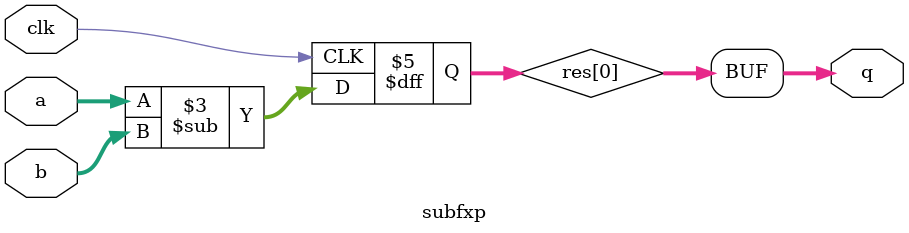
<source format=v>
module subfxp(a, b, q, clk);

   parameter width = 16, cycles=1;
   
   input signed [width-1:0]  a, b;
   input                     clk;   
   output signed [width-1:0] q;
   reg signed [width-1:0]    res[cycles-1:0];

   assign                    q = res[cycles-1];
   
   integer                   i;   
   
   always @(posedge clk) begin
     res[0] <= a-b;
      for (i=1; i < cycles; i = i+1)
        res[i] <= res[i-1] >> 1;
      
   end
  
endmodule
</source>
